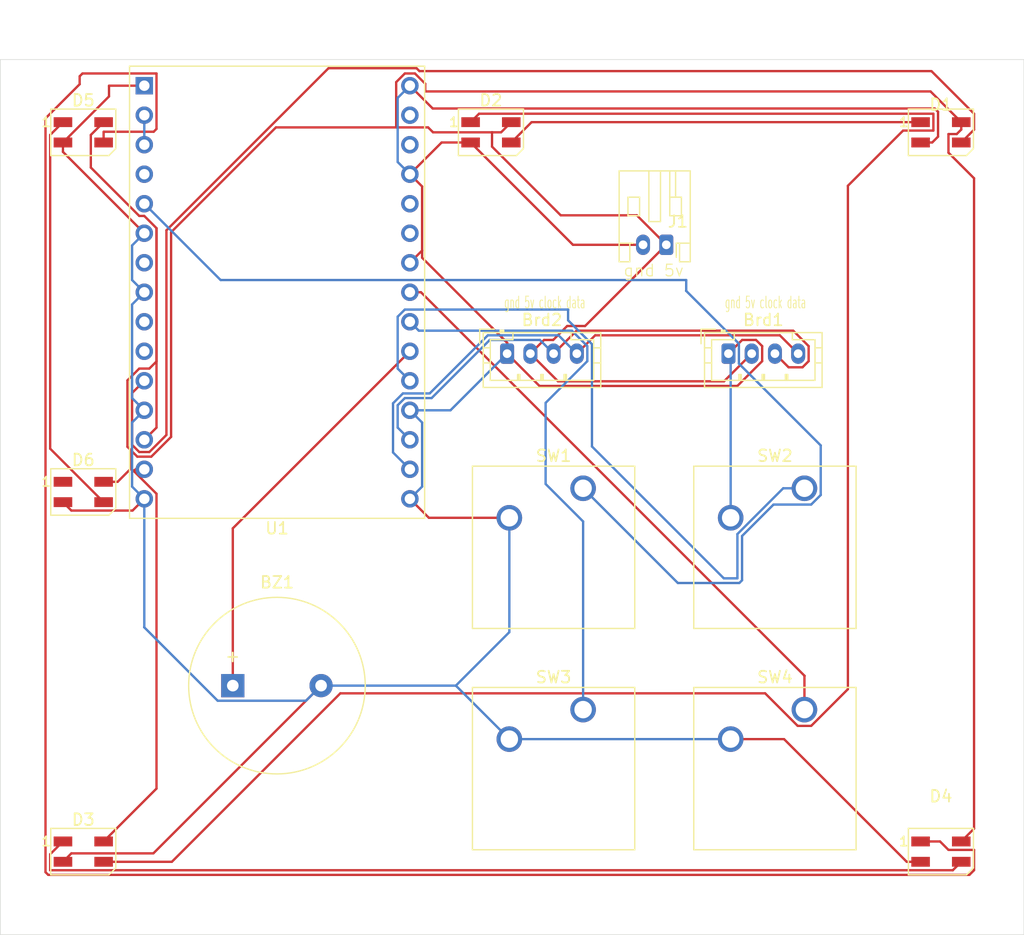
<source format=kicad_pcb>
(kicad_pcb (version 20241229) (generator "pcbnew") (generator_version "9.0")
  (layers (0 "F.Cu" signal) (2 "B.Cu" signal) (13 "F.Paste" user) (15 "B.Paste" user) (5 "F.SilkS" user "F.Silkscreen") (7 "B.SilkS" user "B.Silkscreen") (1 "F.Mask" user) (3 "B.Mask" user) (25 "Edge.Cuts" user))
  (net 0 "")
  (net 1 "GND")
  (net 2 "+5V")
  (net 3 "clock")
  (net 4 "data")
  (net 5 "buzzer")
  (net 6 "led")
  (net 7 "Net-(D1-DOUT)")
  (net 8 "Net-(D2-DOUT)")
  (net 9 "Net-(D3-DOUT)")
  (net 10 "Net-(D4-DOUT)")
  (net 11 "Net-(D5-DOUT)")
  (net 13 "sp1")
  (net 14 "sp2")
  (net 15 "sp3")
  (net 16 "sp4")
  (net 20 "Net-(U1-3V3-Pad2)")
  (footprint "Button_Switch_Keyboard:SW_Cherry_MX_1.00u_PCB" (layer "F.Cu") (at 116.84 104.4575)
    (property "Reference" "SW3" (at -2.54 -2.794 0) (layer "F.SilkS"))
    (property "Value" "SW_Push_45deg")
    (fp_line (start -9.525 -1.905) (end 4.445 -1.905) (stroke (width 0.12)) (layer "F.SilkS"))
    (fp_line (start -9.525 12.065) (end -9.525 -1.905) (stroke (width 0.12)) (layer "F.SilkS"))
    (fp_line (start 4.445 -1.905) (end 4.445 12.065) (stroke (width 0.12)) (layer "F.SilkS"))
    (fp_line (start 4.445 12.065) (end -9.525 12.065) (stroke (width 0.12)) (layer "F.SilkS"))
    (pad "" np_thru_hole circle (at -7.62 5.08) (size 1.7 1.7) (drill 1.7) (layers "*.Cu" "*.Mask"))
    (pad "" np_thru_hole circle (at -2.54 5.08) (size 4 4) (drill 4) (layers "*.Cu" "*.Mask"))
    (pad "" np_thru_hole circle (at 2.54 5.08) (size 1.7 1.7) (drill 1.7) (layers "*.Cu" "*.Mask"))
    (pad "1" thru_hole circle (at 0 0) (size 2.2 2.2) (drill 1.5) (layers "*.Cu" "*.Mask") (net 15 "sp3"))
    (pad "2" thru_hole circle (at -6.35 2.54) (size 2.2 2.2) (drill 1.5) (layers "*.Cu" "*.Mask") (net 1 "GND"))
  )
  (footprint "Connector_JST:JST_PH_B4B-PH-K_1x04_P2.00mm_Vertical" (layer "F.Cu") (at 110.3 73.81875)
    (property "Reference" "Brd2" (at 3 -2.9 0) (layer "F.SilkS"))
    (property "Value" "SSD1306")
    (fp_line (start -2.36 -2.11) (end -2.36 -0.86) (stroke (width 0.12)) (layer "F.SilkS"))
    (fp_line (start -2.06 -1.81) (end -2.06 2.91) (stroke (width 0.12)) (layer "F.SilkS"))
    (fp_line (start -2.06 -0.5) (end -1.45 -0.5) (stroke (width 0.12)) (layer "F.SilkS"))
    (fp_line (start -2.06 0.8) (end -1.45 0.8) (stroke (width 0.12)) (layer "F.SilkS"))
    (fp_line (start -2.06 2.91) (end 8.06 2.91) (stroke (width 0.12)) (layer "F.SilkS"))
    (fp_line (start -1.45 -1.2) (end -1.45 2.3) (stroke (width 0.12)) (layer "F.SilkS"))
    (fp_line (start -1.45 2.3) (end 7.45 2.3) (stroke (width 0.12)) (layer "F.SilkS"))
    (fp_line (start -1.11 -2.11) (end -2.36 -2.11) (stroke (width 0.12)) (layer "F.SilkS"))
    (fp_line (start -0.6 -2.01) (end -0.6 -1.81) (stroke (width 0.12)) (layer "F.SilkS"))
    (fp_line (start -0.3 -2.01) (end -0.6 -2.01) (stroke (width 0.12)) (layer "F.SilkS"))
    (fp_line (start -0.3 -1.91) (end -0.6 -1.91) (stroke (width 0.12)) (layer "F.SilkS"))
    (fp_line (start -0.3 -1.81) (end -0.3 -2.01) (stroke (width 0.12)) (layer "F.SilkS"))
    (fp_line (start 0.5 -1.81) (end 0.5 -1.2) (stroke (width 0.12)) (layer "F.SilkS"))
    (fp_line (start 0.5 -1.2) (end -1.45 -1.2) (stroke (width 0.12)) (layer "F.SilkS"))
    (fp_line (start 0.9 1.8) (end 1.1 1.8) (stroke (width 0.12)) (layer "F.SilkS"))
    (fp_line (start 0.9 2.3) (end 0.9 1.8) (stroke (width 0.12)) (layer "F.SilkS"))
    (fp_line (start 1 2.3) (end 1 1.8) (stroke (width 0.12)) (layer "F.SilkS"))
    (fp_line (start 1.1 1.8) (end 1.1 2.3) (stroke (width 0.12)) (layer "F.SilkS"))
    (fp_line (start 2.9 1.8) (end 3.1 1.8) (stroke (width 0.12)) (layer "F.SilkS"))
    (fp_line (start 2.9 2.3) (end 2.9 1.8) (stroke (width 0.12)) (layer "F.SilkS"))
    (fp_line (start 3 2.3) (end 3 1.8) (stroke (width 0.12)) (layer "F.SilkS"))
    (fp_line (start 3.1 1.8) (end 3.1 2.3) (stroke (width 0.12)) (layer "F.SilkS"))
    (fp_line (start 4.9 1.8) (end 5.1 1.8) (stroke (width 0.12)) (layer "F.SilkS"))
    (fp_line (start 4.9 2.3) (end 4.9 1.8) (stroke (width 0.12)) (layer "F.SilkS"))
    (fp_line (start 5 2.3) (end 5 1.8) (stroke (width 0.12)) (layer "F.SilkS"))
    (fp_line (start 5.1 1.8) (end 5.1 2.3) (stroke (width 0.12)) (layer "F.SilkS"))
    (fp_line (start 5.5 -1.2) (end 5.5 -1.81) (stroke (width 0.12)) (layer "F.SilkS"))
    (fp_line (start 7.45 -1.2) (end 5.5 -1.2) (stroke (width 0.12)) (layer "F.SilkS"))
    (fp_line (start 7.45 2.3) (end 7.45 -1.2) (stroke (width 0.12)) (layer "F.SilkS"))
    (fp_line (start 8.06 -1.81) (end -2.06 -1.81) (stroke (width 0.12)) (layer "F.SilkS"))
    (fp_line (start 8.06 -0.5) (end 7.45 -0.5) (stroke (width 0.12)) (layer "F.SilkS"))
    (fp_line (start 8.06 0.8) (end 7.45 0.8) (stroke (width 0.12)) (layer "F.SilkS"))
    (fp_line (start 8.06 2.91) (end 8.06 -1.81) (stroke (width 0.12)) (layer "F.SilkS"))
    (pad "1" thru_hole roundrect (at 0 0) (size 1.2 1.75) (drill 0.75) (layers "*.Cu" "*.Mask") (roundrect_rratio 0.208333) (net 1 "GND"))
    (pad "2" thru_hole oval (at 2 0) (size 1.2 1.75) (drill 0.75) (layers "*.Cu" "*.Mask") (net 2 "+5V"))
    (pad "3" thru_hole oval (at 4 0) (size 1.2 1.75) (drill 0.75) (layers "*.Cu" "*.Mask") (net 3 "clock"))
    (pad "4" thru_hole oval (at 6 0) (size 1.2 1.75) (drill 0.75) (layers "*.Cu" "*.Mask") (net 4 "data"))
  )
  (footprint "LED_SMD:LED_SK6812MINI_PLCC4_3.5x3.5mm_P1.75mm" (layer "F.Cu") (at 147.6375 116.68125)
    (property "Reference" "D4" (at 0 -4.7625 0) (layer "F.SilkS"))
    (property "Value" "SK6812MINI")
    (fp_line (start -2.8 -2) (end -2.8 2) (stroke (width 0.12)) (layer "F.SilkS"))
    (fp_line (start -2.8 -2) (end 2.8 -2) (stroke (width 0.12)) (layer "F.SilkS"))
    (fp_line (start -2.8 2) (end 2.2 2) (stroke (width 0.12)) (layer "F.SilkS"))
    (fp_line (start 2.8 1.4) (end 2.2 2) (stroke (width 0.12)) (layer "F.SilkS"))
    (fp_line (start 2.8 1.4) (end 2.8 -2) (stroke (width 0.12)) (layer "F.SilkS"))
    (fp_text user "1" (at -3.2 -0.875 0) (layer "F.SilkS") (effects (font (size 0.8 0.8))))
    (pad "1" smd rect (at -1.75 -0.875) (size 1.6 0.85) (layers "F.Cu" "F.Mask" "F.Paste") (net 10 "Net-(D4-DOUT)"))
    (pad "2" smd rect (at -1.75 0.875) (size 1.6 0.85) (layers "F.Cu" "F.Mask" "F.Paste") (net 1 "GND"))
    (pad "3" smd rect (at 1.75 0.875) (size 1.6 0.85) (layers "F.Cu" "F.Mask" "F.Paste") (net 9 "Net-(D3-DOUT)"))
    (pad "4" smd rect (at 1.75 -0.875) (size 1.6 0.85) (layers "F.Cu" "F.Mask" "F.Paste") (net 2 "+5V"))
  )
  (footprint "Buzzer_Beeper:Buzzer_15x7.5RM7.6" (layer "F.Cu") (at 86.6875 102.39375)
    (property "Reference" "BZ1" (at 3.81 -8.89 0) (layer "F.SilkS"))
    (property "Value" "Buzzer")
    (fp_circle (center 3.8 0) (end 11.4 0) (stroke (width 0.12)) (fill no) (layer "F.SilkS"))
    (fp_text user "+" (at -0.01 -2.54 0) (layer "F.SilkS"))
    (pad "1" thru_hole rect (at 0 0) (size 2 2) (drill 1) (layers "*.Cu" "*.Mask") (net 5 "buzzer"))
    (pad "2" thru_hole circle (at 7.6 0) (size 2 2) (drill 1) (layers "*.Cu" "*.Mask") (net 1 "GND"))
  )
  (footprint "LED_SMD:LED_SK6812MINI_PLCC4_3.5x3.5mm_P1.75mm" (layer "F.Cu") (at 108.90625 54.76875)
    (property "Reference" "D2" (at 0 -2.75 0) (layer "F.SilkS"))
    (property "Value" "SK6812MINI")
    (fp_line (start -2.8 -2) (end -2.8 2) (stroke (width 0.12)) (layer "F.SilkS"))
    (fp_line (start -2.8 -2) (end 2.8 -2) (stroke (width 0.12)) (layer "F.SilkS"))
    (fp_line (start -2.8 2) (end 2.2 2) (stroke (width 0.12)) (layer "F.SilkS"))
    (fp_line (start 2.8 1.4) (end 2.2 2) (stroke (width 0.12)) (layer "F.SilkS"))
    (fp_line (start 2.8 1.4) (end 2.8 -2) (stroke (width 0.12)) (layer "F.SilkS"))
    (fp_text user "1" (at -3.2 -0.875 0) (layer "F.SilkS") (effects (font (size 0.8 0.8))))
    (pad "1" smd rect (at -1.75 -0.875) (size 1.6 0.85) (layers "F.Cu" "F.Mask" "F.Paste") (net 8 "Net-(D2-DOUT)"))
    (pad "2" smd rect (at -1.75 0.875) (size 1.6 0.85) (layers "F.Cu" "F.Mask" "F.Paste") (net 1 "GND"))
    (pad "3" smd rect (at 1.75 0.875) (size 1.6 0.85) (layers "F.Cu" "F.Mask" "F.Paste") (net 7 "Net-(D1-DOUT)"))
    (pad "4" smd rect (at 1.75 -0.875) (size 1.6 0.85) (layers "F.Cu" "F.Mask" "F.Paste") (net 2 "+5V"))
  )
  (footprint "Button_Switch_Keyboard:SW_Cherry_MX_1.00u_PCB" (layer "F.Cu") (at 135.89 104.4575)
    (property "Reference" "SW4" (at -2.54 -2.794 0) (layer "F.SilkS"))
    (property "Value" "SW_Push_45deg")
    (fp_line (start -9.525 -1.905) (end 4.445 -1.905) (stroke (width 0.12)) (layer "F.SilkS"))
    (fp_line (start -9.525 12.065) (end -9.525 -1.905) (stroke (width 0.12)) (layer "F.SilkS"))
    (fp_line (start 4.445 -1.905) (end 4.445 12.065) (stroke (width 0.12)) (layer "F.SilkS"))
    (fp_line (start 4.445 12.065) (end -9.525 12.065) (stroke (width 0.12)) (layer "F.SilkS"))
    (pad "" np_thru_hole circle (at -7.62 5.08) (size 1.7 1.7) (drill 1.7) (layers "*.Cu" "*.Mask"))
    (pad "" np_thru_hole circle (at -2.54 5.08) (size 4 4) (drill 4) (layers "*.Cu" "*.Mask"))
    (pad "" np_thru_hole circle (at 2.54 5.08) (size 1.7 1.7) (drill 1.7) (layers "*.Cu" "*.Mask"))
    (pad "1" thru_hole circle (at 0 0) (size 2.2 2.2) (drill 1.5) (layers "*.Cu" "*.Mask") (net 16 "sp4"))
    (pad "2" thru_hole circle (at -6.35 2.54) (size 2.2 2.2) (drill 1.5) (layers "*.Cu" "*.Mask") (net 1 "GND"))
  )
  (footprint "LED_SMD:LED_SK6812MINI_PLCC4_3.5x3.5mm_P1.75mm" (layer "F.Cu") (at 147.6375 54.76875)
    (property "Reference" "D1" (at 0 -2.38125 0) (layer "F.SilkS"))
    (property "Value" "SK6812MINI")
    (fp_line (start -2.8 -2) (end -2.8 2) (stroke (width 0.12)) (layer "F.SilkS"))
    (fp_line (start -2.8 -2) (end 2.8 -2) (stroke (width 0.12)) (layer "F.SilkS"))
    (fp_line (start -2.8 2) (end 2.2 2) (stroke (width 0.12)) (layer "F.SilkS"))
    (fp_line (start 2.8 1.4) (end 2.2 2) (stroke (width 0.12)) (layer "F.SilkS"))
    (fp_line (start 2.8 1.4) (end 2.8 -2) (stroke (width 0.12)) (layer "F.SilkS"))
    (fp_text user "1" (at -3.2 -0.875 0) (layer "F.SilkS") (effects (font (size 0.8 0.8))))
    (pad "1" smd rect (at -1.75 -0.875) (size 1.6 0.85) (layers "F.Cu" "F.Mask" "F.Paste") (net 7 "Net-(D1-DOUT)"))
    (pad "2" smd rect (at -1.75 0.875) (size 1.6 0.85) (layers "F.Cu" "F.Mask" "F.Paste") (net 1 "GND"))
    (pad "3" smd rect (at 1.75 0.875) (size 1.6 0.85) (layers "F.Cu" "F.Mask" "F.Paste") (net 6 "led"))
    (pad "4" smd rect (at 1.75 -0.875) (size 1.6 0.85) (layers "F.Cu" "F.Mask" "F.Paste") (net 2 "+5V"))
  )
  (footprint "Connector_JST:JST_PH_S2B-PH-K_1x02_P2.00mm_Horizontal" (layer "F.Cu") (at 124 64.45 180)
    (property "Reference" "J1" (at -1 2 0) (layer "F.SilkS"))
    (property "Value" "Conn_01x02_Pin")
    (fp_line (start 4.06 6.36) (end 4.06 -1.46) (stroke (width 0.12)) (layer "F.SilkS"))
    (fp_line (start 4.06 0.14) (end 3.14 0.14) (stroke (width 0.12)) (layer "F.SilkS"))
    (fp_line (start 4.06 -1.46) (end 3.14 -1.46) (stroke (width 0.12)) (layer "F.SilkS"))
    (fp_line (start 3.3 4.1) (end 2.3 4.1) (stroke (width 0.12)) (layer "F.SilkS"))
    (fp_line (start 3.3 2.5) (end 3.3 4.1) (stroke (width 0.12)) (layer "F.SilkS"))
    (fp_line (start 3.14 0.14) (end 2.86 0.14) (stroke (width 0.12)) (layer "F.SilkS"))
    (fp_line (start 3.14 -1.46) (end 3.14 0.14) (stroke (width 0.12)) (layer "F.SilkS"))
    (fp_line (start 2.3 4.1) (end 2.3 2.5) (stroke (width 0.12)) (layer "F.SilkS"))
    (fp_line (start 2.3 2.5) (end 3.3 2.5) (stroke (width 0.12)) (layer "F.SilkS"))
    (fp_line (start 1.5 2) (end 1.5 6.36) (stroke (width 0.12)) (layer "F.SilkS"))
    (fp_line (start 0.5 6.36) (end 0.5 2) (stroke (width 0.12)) (layer "F.SilkS"))
    (fp_line (start 0.5 2) (end 1.5 2) (stroke (width 0.12)) (layer "F.SilkS"))
    (fp_line (start -0.3 4.1) (end -0.3 6.36) (stroke (width 0.12)) (layer "F.SilkS"))
    (fp_line (start -0.3 4.1) (end -0.3 2.5) (stroke (width 0.12)) (layer "F.SilkS"))
    (fp_line (start -0.3 2.5) (end -1.3 2.5) (stroke (width 0.12)) (layer "F.SilkS"))
    (fp_line (start -0.8 4.1) (end -0.8 6.36) (stroke (width 0.12)) (layer "F.SilkS"))
    (fp_line (start -0.86 0.14) (end -0.86 -1.075) (stroke (width 0.12)) (layer "F.SilkS"))
    (fp_line (start -0.86 0.14) (end -1.14 0.14) (stroke (width 0.12)) (layer "F.SilkS"))
    (fp_line (start -1.14 0.14) (end -1.14 -1.46) (stroke (width 0.12)) (layer "F.SilkS"))
    (fp_line (start -1.14 -1.46) (end -2.06 -1.46) (stroke (width 0.12)) (layer "F.SilkS"))
    (fp_line (start -1.3 4.1) (end -0.3 4.1) (stroke (width 0.12)) (layer "F.SilkS"))
    (fp_line (start -1.3 2.5) (end -1.3 4.1) (stroke (width 0.12)) (layer "F.SilkS"))
    (fp_line (start -2.06 6.36) (end 4.06 6.36) (stroke (width 0.12)) (layer "F.SilkS"))
    (fp_line (start -2.06 0.14) (end -1.14 0.14) (stroke (width 0.12)) (layer "F.SilkS"))
    (fp_line (start -2.06 -1.46) (end -2.06 6.36) (stroke (width 0.12)) (layer "F.SilkS"))
    (pad "1" thru_hole roundrect (at 0 0 180) (size 1.2 1.75) (drill 0.75) (layers "*.Cu" "*.Mask") (roundrect_rratio 0.208333) (net 2 "+5V"))
    (pad "2" thru_hole oval (at 2 0 180) (size 1.2 1.75) (drill 0.75) (layers "*.Cu" "*.Mask") (net 1 "GND"))
  )
  (footprint "LED_SMD:LED_SK6812MINI_PLCC4_3.5x3.5mm_P1.75mm" (layer "F.Cu") (at 73.81875 85.725)
    (property "Reference" "D6" (at 0 -2.75 0) (layer "F.SilkS"))
    (property "Value" "SK6812MINI")
    (fp_line (start -2.8 -2) (end -2.8 2) (stroke (width 0.12)) (layer "F.SilkS"))
    (fp_line (start -2.8 -2) (end 2.8 -2) (stroke (width 0.12)) (layer "F.SilkS"))
    (fp_line (start -2.8 2) (end 2.2 2) (stroke (width 0.12)) (layer "F.SilkS"))
    (fp_line (start 2.8 1.4) (end 2.2 2) (stroke (width 0.12)) (layer "F.SilkS"))
    (fp_line (start 2.8 1.4) (end 2.8 -2) (stroke (width 0.12)) (layer "F.SilkS"))
    (fp_text user "1" (at -3.2 -0.875 0) (layer "F.SilkS") (effects (font (size 0.8 0.8))))
    (pad "1" smd rect (at -1.75 -0.875) (size 1.6 0.85) (layers "F.Cu" "F.Mask" "F.Paste"))
    (pad "2" smd rect (at -1.75 0.875) (size 1.6 0.85) (layers "F.Cu" "F.Mask" "F.Paste") (net 1 "GND"))
    (pad "3" smd rect (at 1.75 0.875) (size 1.6 0.85) (layers "F.Cu" "F.Mask" "F.Paste") (net 11 "Net-(D5-DOUT)"))
    (pad "4" smd rect (at 1.75 -0.875) (size 1.6 0.85) (layers "F.Cu" "F.Mask" "F.Paste") (net 2 "+5V"))
  )
  (footprint "LED_SMD:LED_SK6812MINI_PLCC4_3.5x3.5mm_P1.75mm" (layer "F.Cu") (at 73.81875 116.68125)
    (property "Reference" "D3" (at 0 -2.75 0) (layer "F.SilkS"))
    (property "Value" "SK6812MINI")
    (fp_line (start -2.8 -2) (end -2.8 2) (stroke (width 0.12)) (layer "F.SilkS"))
    (fp_line (start -2.8 -2) (end 2.8 -2) (stroke (width 0.12)) (layer "F.SilkS"))
    (fp_line (start -2.8 2) (end 2.2 2) (stroke (width 0.12)) (layer "F.SilkS"))
    (fp_line (start 2.8 1.4) (end 2.2 2) (stroke (width 0.12)) (layer "F.SilkS"))
    (fp_line (start 2.8 1.4) (end 2.8 -2) (stroke (width 0.12)) (layer "F.SilkS"))
    (fp_text user "1" (at -3.2 -0.875 0) (layer "F.SilkS") (effects (font (size 0.8 0.8))))
    (pad "1" smd rect (at -1.75 -0.875) (size 1.6 0.85) (layers "F.Cu" "F.Mask" "F.Paste") (net 9 "Net-(D3-DOUT)"))
    (pad "2" smd rect (at -1.75 0.875) (size 1.6 0.85) (layers "F.Cu" "F.Mask" "F.Paste") (net 1 "GND"))
    (pad "3" smd rect (at 1.75 0.875) (size 1.6 0.85) (layers "F.Cu" "F.Mask" "F.Paste") (net 8 "Net-(D2-DOUT)"))
    (pad "4" smd rect (at 1.75 -0.875) (size 1.6 0.85) (layers "F.Cu" "F.Mask" "F.Paste") (net 2 "+5V"))
  )
  (footprint "Button_Switch_Keyboard:SW_Cherry_MX_1.00u_PCB" (layer "F.Cu") (at 116.84 85.4075)
    (property "Reference" "SW1" (at -2.54 -2.794 0) (layer "F.SilkS"))
    (property "Value" "SW_Push_45deg")
    (fp_line (start -9.525 -1.905) (end 4.445 -1.905) (stroke (width 0.12)) (layer "F.SilkS"))
    (fp_line (start -9.525 12.065) (end -9.525 -1.905) (stroke (width 0.12)) (layer "F.SilkS"))
    (fp_line (start 4.445 -1.905) (end 4.445 12.065) (stroke (width 0.12)) (layer "F.SilkS"))
    (fp_line (start 4.445 12.065) (end -9.525 12.065) (stroke (width 0.12)) (layer "F.SilkS"))
    (pad "" np_thru_hole circle (at -7.62 5.08) (size 1.7 1.7) (drill 1.7) (layers "*.Cu" "*.Mask"))
    (pad "" np_thru_hole circle (at -2.54 5.08) (size 4 4) (drill 4) (layers "*.Cu" "*.Mask"))
    (pad "" np_thru_hole circle (at 2.54 5.08) (size 1.7 1.7) (drill 1.7) (layers "*.Cu" "*.Mask"))
    (pad "1" thru_hole circle (at 0 0) (size 2.2 2.2) (drill 1.5) (layers "*.Cu" "*.Mask") (net 13 "sp1"))
    (pad "2" thru_hole circle (at -6.35 2.54) (size 2.2 2.2) (drill 1.5) (layers "*.Cu" "*.Mask") (net 1 "GND"))
  )
  (footprint "Connector_JST:JST_PH_B4B-PH-K_1x04_P2.00mm_Vertical" (layer "F.Cu") (at 129.35 73.81875)
    (property "Reference" "Brd1" (at 3 -2.9 0) (layer "F.SilkS"))
    (property "Value" "SSD1306")
    (fp_line (start -2.36 -2.11) (end -2.36 -0.86) (stroke (width 0.12)) (layer "F.SilkS"))
    (fp_line (start -2.06 -1.81) (end -2.06 2.91) (stroke (width 0.12)) (layer "F.SilkS"))
    (fp_line (start -2.06 -0.5) (end -1.45 -0.5) (stroke (width 0.12)) (layer "F.SilkS"))
    (fp_line (start -2.06 0.8) (end -1.45 0.8) (stroke (width 0.12)) (layer "F.SilkS"))
    (fp_line (start -2.06 2.91) (end 8.06 2.91) (stroke (width 0.12)) (layer "F.SilkS"))
    (fp_line (start -1.45 -1.2) (end -1.45 2.3) (stroke (width 0.12)) (layer "F.SilkS"))
    (fp_line (start -1.45 2.3) (end 7.45 2.3) (stroke (width 0.12)) (layer "F.SilkS"))
    (fp_line (start -1.11 -2.11) (end -2.36 -2.11) (stroke (width 0.12)) (layer "F.SilkS"))
    (fp_line (start -0.6 -2.01) (end -0.6 -1.81) (stroke (width 0.12)) (layer "F.SilkS"))
    (fp_line (start -0.3 -2.01) (end -0.6 -2.01) (stroke (width 0.12)) (layer "F.SilkS"))
    (fp_line (start -0.3 -1.91) (end -0.6 -1.91) (stroke (width 0.12)) (layer "F.SilkS"))
    (fp_line (start -0.3 -1.81) (end -0.3 -2.01) (stroke (width 0.12)) (layer "F.SilkS"))
    (fp_line (start 0.5 -1.81) (end 0.5 -1.2) (stroke (width 0.12)) (layer "F.SilkS"))
    (fp_line (start 0.5 -1.2) (end -1.45 -1.2) (stroke (width 0.12)) (layer "F.SilkS"))
    (fp_line (start 0.9 1.8) (end 1.1 1.8) (stroke (width 0.12)) (layer "F.SilkS"))
    (fp_line (start 0.9 2.3) (end 0.9 1.8) (stroke (width 0.12)) (layer "F.SilkS"))
    (fp_line (start 1 2.3) (end 1 1.8) (stroke (width 0.12)) (layer "F.SilkS"))
    (fp_line (start 1.1 1.8) (end 1.1 2.3) (stroke (width 0.12)) (layer "F.SilkS"))
    (fp_line (start 2.9 1.8) (end 3.1 1.8) (stroke (width 0.12)) (layer "F.SilkS"))
    (fp_line (start 2.9 2.3) (end 2.9 1.8) (stroke (width 0.12)) (layer "F.SilkS"))
    (fp_line (start 3 2.3) (end 3 1.8) (stroke (width 0.12)) (layer "F.SilkS"))
    (fp_line (start 3.1 1.8) (end 3.1 2.3) (stroke (width 0.12)) (layer "F.SilkS"))
    (fp_line (start 4.9 1.8) (end 5.1 1.8) (stroke (width 0.12)) (layer "F.SilkS"))
    (fp_line (start 4.9 2.3) (end 4.9 1.8) (stroke (width 0.12)) (layer "F.SilkS"))
    (fp_line (start 5 2.3) (end 5 1.8) (stroke (width 0.12)) (layer "F.SilkS"))
    (fp_line (start 5.1 1.8) (end 5.1 2.3) (stroke (width 0.12)) (layer "F.SilkS"))
    (fp_line (start 5.5 -1.2) (end 5.5 -1.81) (stroke (width 0.12)) (layer "F.SilkS"))
    (fp_line (start 7.45 -1.2) (end 5.5 -1.2) (stroke (width 0.12)) (layer "F.SilkS"))
    (fp_line (start 7.45 2.3) (end 7.45 -1.2) (stroke (width 0.12)) (layer "F.SilkS"))
    (fp_line (start 8.06 -1.81) (end -2.06 -1.81) (stroke (width 0.12)) (layer "F.SilkS"))
    (fp_line (start 8.06 -0.5) (end 7.45 -0.5) (stroke (width 0.12)) (layer "F.SilkS"))
    (fp_line (start 8.06 0.8) (end 7.45 0.8) (stroke (width 0.12)) (layer "F.SilkS"))
    (fp_line (start 8.06 2.91) (end 8.06 -1.81) (stroke (width 0.12)) (layer "F.SilkS"))
    (pad "1" thru_hole roundrect (at 0 0) (size 1.2 1.75) (drill 0.75) (layers "*.Cu" "*.Mask") (roundrect_rratio 0.208333) (net 1 "GND"))
    (pad "2" thru_hole oval (at 2 0) (size 1.2 1.75) (drill 0.75) (layers "*.Cu" "*.Mask") (net 2 "+5V"))
    (pad "3" thru_hole oval (at 4 0) (size 1.2 1.75) (drill 0.75) (layers "*.Cu" "*.Mask") (net 3 "clock"))
    (pad "4" thru_hole oval (at 6 0) (size 1.2 1.75) (drill 0.75) (layers "*.Cu" "*.Mask") (net 4 "data"))
  )
  (footprint "RF_Module:ESP32-C3-DevKitM-1" (layer "F.Cu") (at 79.07 50.755)
    (property "Reference" "U1" (at 11.43 38.1 0) (layer "F.SilkS"))
    (property "Value" "ESP32-C3-DevKitM-1")
    (fp_line (start -1.27 -1.68) (end 24.13 -1.68) (stroke (width 0.12)) (layer "F.SilkS"))
    (fp_line (start -1.27 37.24) (end -1.27 -1.68) (stroke (width 0.12)) (layer "F.SilkS"))
    (fp_line (start 24.13 -1.68) (end 24.13 37.24) (stroke (width 0.12)) (layer "F.SilkS"))
    (fp_line (start 24.13 37.24) (end -1.27 37.24) (stroke (width 0.12)) (layer "F.SilkS"))
    (pad "1" thru_hole rect (at 0 0) (size 1.5 1.5) (drill 0.9) (layers "*.Cu" "*.Mask") (net 1 "GND"))
    (pad "2" thru_hole circle (at 0 2.54) (size 1.5 1.5) (drill 0.9) (layers "*.Cu" "*.Mask") (net 20 "Net-(U1-3V3-Pad2)"))
    (pad "3" thru_hole circle (at 0 5.08) (size 1.5 1.5) (drill 0.9) (layers "*.Cu" "*.Mask") (net 20 "Net-(U1-3V3-Pad2)"))
    (pad "4" thru_hole circle (at 0 7.62) (size 1.5 1.5) (drill 0.9) (layers "*.Cu" "*.Mask"))
    (pad "5" thru_hole circle (at 0 10.16) (size 1.5 1.5) (drill 0.9) (layers "*.Cu" "*.Mask") (net 13 "sp1"))
    (pad "6" thru_hole circle (at 0 12.7) (size 1.5 1.5) (drill 0.9) (layers "*.Cu" "*.Mask") (net 1 "GND"))
    (pad "7" thru_hole circle (at 0 15.24) (size 1.5 1.5) (drill 0.9) (layers "*.Cu" "*.Mask"))
    (pad "8" thru_hole circle (at 0 17.78) (size 1.5 1.5) (drill 0.9) (layers "*.Cu" "*.Mask") (net 1 "GND"))
    (pad "9" thru_hole circle (at 0 20.32) (size 1.5 1.5) (drill 0.9) (layers "*.Cu" "*.Mask"))
    (pad "10" thru_hole circle (at 0 22.86) (size 1.5 1.5) (drill 0.9) (layers "*.Cu" "*.Mask"))
    (pad "11" thru_hole circle (at 0 25.4) (size 1.5 1.5) (drill 0.9) (layers "*.Cu" "*.Mask") (net 6 "led"))
    (pad "12" thru_hole circle (at 0 27.94) (size 1.5 1.5) (drill 0.9) (layers "*.Cu" "*.Mask") (net 1 "GND"))
    (pad "13" thru_hole circle (at 0 30.48) (size 1.5 1.5) (drill 0.9) (layers "*.Cu" "*.Mask") (net 2 "+5V"))
    (pad "14" thru_hole circle (at 0 33.02) (size 1.5 1.5) (drill 0.9) (layers "*.Cu" "*.Mask") (net 2 "+5V"))
    (pad "15" thru_hole circle (at 0 35.56) (size 1.5 1.5) (drill 0.9) (layers "*.Cu" "*.Mask") (net 1 "GND"))
    (pad "16" thru_hole circle (at 22.86 35.56) (size 1.5 1.5) (drill 0.9) (layers "*.Cu" "*.Mask") (net 1 "GND"))
    (pad "17" thru_hole circle (at 22.86 33.02) (size 1.5 1.5) (drill 0.9) (layers "*.Cu" "*.Mask") (net 4 "data"))
    (pad "18" thru_hole circle (at 22.86 30.48) (size 1.5 1.5) (drill 0.9) (layers "*.Cu" "*.Mask") (net 3 "clock"))
    (pad "19" thru_hole circle (at 22.86 27.94) (size 1.5 1.5) (drill 0.9) (layers "*.Cu" "*.Mask") (net 1 "GND"))
    (pad "20" thru_hole circle (at 22.86 25.4) (size 1.5 1.5) (drill 0.9) (layers "*.Cu" "*.Mask") (net 14 "sp2"))
    (pad "21" thru_hole circle (at 22.86 22.86) (size 1.5 1.5) (drill 0.9) (layers "*.Cu" "*.Mask") (net 5 "buzzer"))
    (pad "22" thru_hole circle (at 22.86 20.32) (size 1.5 1.5) (drill 0.9) (layers "*.Cu" "*.Mask") (net 15 "sp3"))
    (pad "23" thru_hole circle (at 22.86 17.78) (size 1.5 1.5) (drill 0.9) (layers "*.Cu" "*.Mask") (net 16 "sp4"))
    (pad "24" thru_hole circle (at 22.86 15.24) (size 1.5 1.5) (drill 0.9) (layers "*.Cu" "*.Mask") (net 1 "GND"))
    (pad "25" thru_hole circle (at 22.86 12.7) (size 1.5 1.5) (drill 0.9) (layers "*.Cu" "*.Mask"))
    (pad "26" thru_hole circle (at 22.86 10.16) (size 1.5 1.5) (drill 0.9) (layers "*.Cu" "*.Mask"))
    (pad "27" thru_hole circle (at 22.86 7.62) (size 1.5 1.5) (drill 0.9) (layers "*.Cu" "*.Mask") (net 1 "GND"))
    (pad "28" thru_hole circle (at 22.86 5.08) (size 1.5 1.5) (drill 0.9) (layers "*.Cu" "*.Mask"))
    (pad "29" thru_hole circle (at 22.86 2.54) (size 1.5 1.5) (drill 0.9) (layers "*.Cu" "*.Mask"))
    (pad "30" thru_hole circle (at 22.86 0) (size 1.5 1.5) (drill 0.9) (layers "*.Cu" "*.Mask") (net 1 "GND"))
  )
  (footprint "Button_Switch_Keyboard:SW_Cherry_MX_1.00u_PCB" (layer "F.Cu") (at 135.89 85.4075)
    (property "Reference" "SW2" (at -2.54 -2.794 0) (layer "F.SilkS"))
    (property "Value" "SW_Push_45deg")
    (fp_line (start -9.525 -1.905) (end 4.445 -1.905) (stroke (width 0.12)) (layer "F.SilkS"))
    (fp_line (start -9.525 12.065) (end -9.525 -1.905) (stroke (width 0.12)) (layer "F.SilkS"))
    (fp_line (start 4.445 -1.905) (end 4.445 12.065) (stroke (width 0.12)) (layer "F.SilkS"))
    (fp_line (start 4.445 12.065) (end -9.525 12.065) (stroke (width 0.12)) (layer "F.SilkS"))
    (pad "" np_thru_hole circle (at -7.62 5.08) (size 1.7 1.7) (drill 1.7) (layers "*.Cu" "*.Mask"))
    (pad "" np_thru_hole circle (at -2.54 5.08) (size 4 4) (drill 4) (layers "*.Cu" "*.Mask"))
    (pad "" np_thru_hole circle (at 2.54 5.08) (size 1.7 1.7) (drill 1.7) (layers "*.Cu" "*.Mask"))
    (pad "1" thru_hole circle (at 0 0) (size 2.2 2.2) (drill 1.5) (layers "*.Cu" "*.Mask") (net 14 "sp2"))
    (pad "2" thru_hole circle (at -6.35 2.54) (size 2.2 2.2) (drill 1.5) (layers "*.Cu" "*.Mask") (net 1 "GND"))
  )
  (footprint "LED_SMD:LED_SK6812MINI_PLCC4_3.5x3.5mm_P1.75mm" (layer "F.Cu") (at 73.81875 54.76875)
    (property "Reference" "D5" (at 0 -2.75 0) (layer "F.SilkS"))
    (property "Value" "SK6812MINI")
    (fp_line (start -2.8 -2) (end -2.8 2) (stroke (width 0.12)) (layer "F.SilkS"))
    (fp_line (start -2.8 -2) (end 2.8 -2) (stroke (width 0.12)) (layer "F.SilkS"))
    (fp_line (start -2.8 2) (end 2.2 2) (stroke (width 0.12)) (layer "F.SilkS"))
    (fp_line (start 2.8 1.4) (end 2.2 2) (stroke (width 0.12)) (layer "F.SilkS"))
    (fp_line (start 2.8 1.4) (end 2.8 -2) (stroke (width 0.12)) (layer "F.SilkS"))
    (fp_text user "1" (at -3.2 -0.875 0) (layer "F.SilkS") (effects (font (size 0.8 0.8))))
    (pad "1" smd rect (at -1.75 -0.875) (size 1.6 0.85) (layers "F.Cu" "F.Mask" "F.Paste") (net 11 "Net-(D5-DOUT)"))
    (pad "2" smd rect (at -1.75 0.875) (size 1.6 0.85) (layers "F.Cu" "F.Mask" "F.Paste") (net 1 "GND"))
    (pad "3" smd rect (at 1.75 0.875) (size 1.6 0.85) (layers "F.Cu" "F.Mask" "F.Paste") (net 10 "Net-(D4-DOUT)"))
    (pad "4" smd rect (at 1.75 -0.875) (size 1.6 0.85) (layers "F.Cu" "F.Mask" "F.Paste") (net 2 "+5V"))
  )
  (gr_rect (start 66.675 48.50625) (end 154.78125 123.825) (stroke (width 0.05)) (fill no) (layer "Edge.Cuts"))
  (gr_text "gnd 5v clock data" (at 110 70 0) (layer "F.SilkS") (effects (font (size 1 0.5) (thickness 0.08)) (justify left bottom)))
  (gr_text "gnd 5v\n" (at 120.25 67.25 0) (layer "F.SilkS") (effects (font (size 1 1) (thickness 0.1)) (justify left bottom)))
  (gr_text "gnd 5v clock data" (at 129 70 0) (layer "F.SilkS") (effects (font (size 1 0.5) (thickness 0.08)) (justify left bottom)))
  (segment (start 107.15625 55.64375) (end 115.9625 64.45) (width 0.2) (layer "F.Cu") (net 1))
  (segment (start 130.526 72.64275) (end 131.723206 72.64275) (width 0.2) (layer "F.Cu") (net 1))
  (segment (start 79.07 63.455) (end 72.06875 56.45375) (width 0.2) (layer "F.Cu") (net 1))
  (segment (start 147.3895 55.14175) (end 146.8875 55.64375) (width 0.2) (layer "F.Cu") (net 1))
  (segment (start 79.851 116.83025) (end 94.2875 102.39375) (width 0.2) (layer "F.Cu") (net 1))
  (segment (start 72.06875 56.45375) (end 72.06875 55.64375) (width 0.2) (layer "F.Cu") (net 1))
  (segment (start 104.66125 55.64375) (end 101.93 58.375) (width 0.2) (layer "F.Cu") (net 1))
  (segment (start 113.08225 76.601) (end 110.3 73.81875) (width 0.2) (layer "F.Cu") (net 1))
  (segment (start 72.06875 117.55625) (end 72.79475 116.83025) (width 0.2) (layer "F.Cu") (net 1))
  (segment (start 129.35 73.81875) (end 130.526 72.64275) (width 0.2) (layer "F.Cu") (net 1))
  (segment (start 107.15625 55.64375) (end 104.66125 55.64375) (width 0.2) (layer "F.Cu") (net 1))
  (segment (start 76.045 50.755) (end 79.07 50.755) (width 0.2) (layer "F.Cu") (net 1))
  (segment (start 72.06875 55.64375) (end 76.0325 51.68) (width 0.2) (layer "F.Cu") (net 1))
  (segment (start 131.723206 72.64275) (end 132.251 73.170544) (width 0.2) (layer "F.Cu") (net 1))
  (segment (start 130.116956 76.601) (end 113.08225 76.601) (width 0.2) (layer "F.Cu") (net 1))
  (segment (start 110.3 72.88125) (end 110.3 73.81875) (width 0.2) (layer "F.Cu") (net 1))
  (segment (start 72.79475 87.326) (end 72.06875 86.6) (width 0.2) (layer "F.Cu") (net 1))
  (segment (start 76.0325 50.7675) (end 76.045 50.755) (width 0.2) (layer "F.Cu") (net 1))
  (segment (start 78.059 87.326) (end 72.79475 87.326) (width 0.2) (layer "F.Cu") (net 1))
  (segment (start 144.693566 117.55625) (end 134.134816 106.9975) (width 0.2) (layer "F.Cu") (net 1))
  (segment (start 115.9625 64.45) (end 122 64.45) (width 0.2) (layer "F.Cu") (net 1))
  (segment (start 101.93 58.375) (end 102.981 59.426) (width 0.2) (layer "F.Cu") (net 1))
  (segment (start 79.07 86.315) (end 78.059 87.326) (width 0.2) (layer "F.Cu") (net 1))
  (segment (start 134.134816 106.9975) (end 129.54 106.9975) (width 0.2) (layer "F.Cu") (net 1))
  (segment (start 146.8875 55.64375) (end 145.8875 55.64375) (width 0.2) (layer "F.Cu") (net 1))
  (segment (start 102.981 59.426) (end 102.981 64.944) (width 0.2) (layer "F.Cu") (net 1))
  (segment (start 108.959375 71.540625) (end 102.981 65.56225) (width 0.2) (layer "F.Cu") (net 1))
  (segment (start 102.981 64.944) (end 101.93 65.995) (width 0.2) (layer "F.Cu") (net 1))
  (segment (start 110.3125 72.89375) (end 108.959375 71.540625) (width 0.2) (layer "F.Cu") (net 1))
  (segment (start 76.0325 51.68) (end 76.0325 50.7675) (width 0.2) (layer "F.Cu") (net 1))
  (segment (start 108.959375 71.540625) (end 110.3 72.88125) (width 0.2) (layer "F.Cu") (net 1))
  (segment (start 103.8945 52.7195) (end 101.93 50.755) (width 0.2) (layer "F.Cu") (net 1))
  (segment (start 132.251 73.170544) (end 132.251 74.466956) (width 0.2) (layer "F.Cu") (net 1))
  (segment (start 72.79475 116.83025) (end 79.851 116.83025) (width 0.2) (layer "F.Cu") (net 1))
  (segment (start 147.10735 52.7195) (end 103.8945 52.7195) (width 0.2) (layer "F.Cu") (net 1))
  (segment (start 145.8875 117.55625) (end 146.5316 117.55625) (width 0.2) (layer "F.Cu") (net 1))
  (segment (start 101.93 86.315) (end 103.5625 87.9475) (width 0.2) (layer "F.Cu") (net 1))
  (segment (start 103.5625 87.9475) (end 110.49 87.9475) (width 0.2) (layer "F.Cu") (net 1))
  (segment (start 102.981 65.56225) (end 102.981 64.944) (width 0.2) (layer "F.Cu") (net 1))
  (segment (start 147.3895 53.00165) (end 147.10735 52.7195) (width 0.2) (layer "F.Cu") (net 1))
  (segment (start 147.3895 55.14175) (end 147.3895 53.00165) (width 0.2) (layer "F.Cu") (net 1))
  (segment (start 132.251 74.466956) (end 130.116956 76.601) (width 0.2) (layer "F.Cu") (net 1))
  (segment (start 145.8875 117.55625) (end 144.693566 117.55625) (width 0.2) (layer "F.Cu") (net 1))
  (segment (start 129.54 74.00875) (end 129.35 73.81875) (width 0.2) (layer "B.Cu") (net 1))
  (segment (start 110.49 87.9475) (end 110.49 97.79) (width 0.2) (layer "B.Cu") (net 1))
  (segment (start 79.07 86.315) (end 78.019 85.264) (width 0.2) (layer "B.Cu") (net 1))
  (segment (start 78.019 77.644) (end 78.019 69.586) (width 0.2) (layer "B.Cu") (net 1))
  (segment (start 105.42375 78.695) (end 101.93 78.695) (width 0.2) (layer "B.Cu") (net 1))
  (segment (start 101.93 86.315) (end 102.981 85.264) (width 0.2) (layer "B.Cu") (net 1))
  (segment (start 102.981 79.746) (end 101.93 78.695) (width 0.2) (layer "B.Cu") (net 1))
  (segment (start 110.49 106.9975) (end 105.88625 102.39375) (width 0.2) (layer "B.Cu") (net 1))
  (segment (start 79.0575 97.36575) (end 85.3865 103.69475) (width 0.2) (layer "B.Cu") (net 1))
  (segment (start 78.019 79.746) (end 79.07 78.695) (width 0.2) (layer "B.Cu") (net 1))
  (segment (start 110.3 73.81875) (end 105.42375 78.695) (width 0.2) (layer "B.Cu") (net 1))
  (segment (start 78.019 69.586) (end 79.07 68.535) (width 0.2) (layer "B.Cu") (net 1))
  (segment (start 105.88625 102.39375) (end 94.2875 102.39375) (width 0.2) (layer "B.Cu") (net 1))
  (segment (start 85.3865 103.69475) (end 92.9865 103.69475) (width 0.2) (layer "B.Cu") (net 1))
  (segment (start 79.07 68.535) (end 78.019 67.484) (width 0.2) (layer "B.Cu") (net 1))
  (segment (start 100.879 57.324) (end 101.93 58.375) (width 0.2) (layer "B.Cu") (net 1))
  (segment (start 129.54 87.9475) (end 129.54 74.00875) (width 0.2) (layer "B.Cu") (net 1))
  (segment (start 110.49 97.79) (end 105.88625 102.39375) (width 0.2) (layer "B.Cu") (net 1))
  (segment (start 78.019 67.484) (end 78.019 64.506) (width 0.2) (layer "B.Cu") (net 1))
  (segment (start 92.9865 103.69475) (end 94.2875 102.39375) (width 0.2) (layer "B.Cu") (net 1))
  (segment (start 78.019 85.264) (end 78.019 79.746) (width 0.2) (layer "B.Cu") (net 1))
  (segment (start 78.019 64.506) (end 79.07 63.455) (width 0.2) (layer "B.Cu") (net 1))
  (segment (start 79.07 78.695) (end 78.019 77.644) (width 0.2) (layer "B.Cu") (net 1))
  (segment (start 100.879 51.806) (end 100.879 57.324) (width 0.2) (layer "B.Cu") (net 1))
  (segment (start 101.93 50.755) (end 100.879 51.806) (width 0.2) (layer "B.Cu") (net 1))
  (segment (start 109.7825 87.24) (end 110.49 87.9475) (width 0.2) (layer "B.Cu") (net 1))
  (segment (start 79.07 97.35325) (end 79.0575 97.36575) (width 0.2) (layer "B.Cu") (net 1))
  (segment (start 79.07 86.315) (end 79.07 97.35325) (width 0.2) (layer "B.Cu") (net 1))
  (segment (start 110.49 106.9975) (end 129.54 106.9975) (width 0.2) (layer "B.Cu") (net 1))
  (segment (start 102.981 85.264) (end 102.981 79.746) (width 0.2) (layer "B.Cu") (net 1))
  (segment (start 114.68125 76.2) (end 128.96875 76.2) (width 0.2) (layer "F.Cu") (net 2))
  (segment (start 109 56) (end 114.9125 61.9125) (width 0.2) (layer "F.Cu") (net 2))
  (segment (start 103.5 54.346) (end 103.92275 54.76875) (width 0.2) (layer "F.Cu") (net 2))
  (segment (start 114.262706 72.64275) (end 113.476 72.64275) (width 0.2) (layer "F.Cu") (net 2))
  (segment (start 79.07 83.775) (end 78.316339 83.775) (width 0.2) (layer "F.Cu") (net 2))
  (segment (start 102.365339 49.704) (end 101.494661 49.704) (width 0.2) (layer "F.Cu") (net 2))
  (segment (start 149.3875 53.89375) (end 146.74375 51.25) (width 0.2) (layer "F.Cu") (net 2))
  (segment (start 109 54.76875) (end 109 56) (width 0.2) (layer "F.Cu") (net 2))
  (segment (start 80.121 74.488339) (end 80.121 63.019661) (width 0.2) (layer "F.Cu") (net 2))
  (segment (start 149.3875 115.80625) (end 150.4885 114.70525) (width 0.2) (layer "F.Cu") (net 2))
  (segment (start 79.067339 61.966) (end 80.121 63.019661) (width 0.2) (layer "F.Cu") (net 2))
  (segment (start 78.316339 83.775) (end 78.166339 83.925) (width 0.2) (layer "F.Cu") (net 2))
  (segment (start 150.4885 114.70525) (end 150.4885 58.72375) (width 0.2) (layer "F.Cu") (net 2))
  (segment (start 103.92275 54.76875) (end 109 54.76875) (width 0.2) (layer "F.Cu") (net 2))
  (segment (start 77.618 81.836439) (end 77.618 76.120661) (width 0.2) (layer "F.Cu") (net 2))
  (segment (start 114.9125 61.9125) (end 121.4625 61.9125) (width 0.2) (layer "F.Cu") (net 2))
  (segment (start 78.468561 82.687) (end 79.671439 82.687) (width 0.2) (layer "F.Cu") (net 2))
  (segment (start 80.121 63.019661) (end 80.121 80.184) (width 0.2) (layer "F.Cu") (net 2))
  (segment (start 103.25 50.588661) (end 102.365339 49.704) (width 0.2) (layer "F.Cu") (net 2))
  (segment (start 78.166339 83.925) (end 77.93453 83.693191) (width 0.2) (layer "F.Cu") (net 2))
  (segment (start 109.78125 54.76875) (end 109 54.76875) (width 0.2) (layer "F.Cu") (net 2))
  (segment (start 109.78125 54.76875) (end 110.65625 53.89375) (width 0.2) (layer "F.Cu") (net 2))
  (segment (start 100.75 50.448661) (end 100.75 54.346) (width 0.2) (layer "F.Cu") (net 2))
  (segment (start 80.121 111.254) (end 75.56875 115.80625) (width 0.2) (layer "F.Cu") (net 2))
  (segment (start 75.56875 84.85) (end 75.71875 84.7) (width 0.2) (layer "F.Cu") (net 2))
  (segment (start 113.476 72.64275) (end 112.3 73.81875) (width 0.2) (layer "F.Cu") (net 2))
  (segment (start 77.93453 82.15297) (end 78.468561 82.687) (width 0.2) (layer "F.Cu") (net 2))
  (segment (start 77.93453 83.693191) (end 76.777721 84.85) (width 0.2) (layer "F.Cu") (net 2))
  (segment (start 115.465706 71.43975) (end 114.262706 72.64275) (width 0.2) (layer "F.Cu") (net 2))
  (segment (start 80.121 85.879661) (end 80.121 111.254) (width 0.2) (layer "F.Cu") (net 2))
  (segment (start 149 54.91775) (end 148.2865 54.91775) (width 0.2) (layer "F.Cu") (net 2))
  (segment (start 149.3875 53.89375) (end 149.3875 54.53025) (width 0.2) (layer "F.Cu") (net 2))
  (segment (start 149.3875 54.53025) (end 149 54.91775) (width 0.2) (layer "F.Cu") (net 2))
  (segment (start 77.93453 83.693191) (end 77.93453 82.15297) (width 0.2) (layer "F.Cu") (net 2))
  (segment (start 80.121 80.184) (end 79.07 81.235) (width 0.2) (layer "F.Cu") (net 2))
  (segment (start 90.39875 54.346) (end 100.75 54.346) (width 0.2) (layer "F.Cu") (net 2))
  (segment (start 101.494661 49.704) (end 100.75 50.448661) (width 0.2) (layer "F.Cu") (net 2))
  (segment (start 112.3 73.81875) (end 114.68125 76.2) (width 0.2) (layer "F.Cu") (net 2))
  (segment (start 77.618 76.120661) (end 78.634661 75.104) (width 0.2) (layer "F.Cu") (net 2))
  (segment (start 78.634661 75.104) (end 79.505339 75.104) (width 0.2) (layer "F.Cu") (net 2))
  (segment (start 78.634661 61.966) (end 79.067339 61.966) (width 0.2) (layer "F.Cu") (net 2))
  (segment (start 76.777721 84.85) (end 75.56875 84.85) (width 0.2) (layer "F.Cu") (net 2))
  (segment (start 75.56875 53.89375) (end 74.46775 54.99475) (width 0.2) (layer "F.Cu") (net 2))
  (segment (start 78.166339 83.925) (end 80.121 85.879661) (width 0.2) (layer "F.Cu") (net 2))
  (segment (start 128.96875 76.2) (end 131.35 73.81875) (width 0.2) (layer "F.Cu") (net 2))
  (segment (start 148.2865 56.52175) (end 149.3115 57.54675) (width 0.2) (layer "F.Cu") (net 2))
  (segment (start 146.74375 51.25) (end 103.25 51.25) (width 0.2) (layer "F.Cu") (net 2))
  (segment (start 150.4885 58.72375) (end 149.3115 57.54675) (width 0.2) (layer "F.Cu") (net 2))
  (segment (start 77.93453 82.15297) (end 77.618 81.836439) (width 0.2) (layer "F.Cu") (net 2))
  (segment (start 117.01025 71.43975) (end 115.465706 71.43975) (width 0.2) (layer "F.Cu") (net 2))
  (segment (start 148.2865 54.91775) (end 148.2865 56.52175) (width 0.2) (layer "F.Cu") (net 2))
  (segment (start 103.25 51.25) (end 103.25 50.588661) (width 0.2) (layer "F.Cu") (net 2))
  (segment (start 74.46775 57.799089) (end 78.634661 61.966) (width 0.2) (layer "F.Cu") (net 2))
  (segment (start 81.376 63.36875) (end 90.39875 54.346) (width 0.2) (layer "F.Cu") (net 2))
  (segment (start 79.671439 82.687) (end 81.376 80.982439) (width 0.2) (layer "F.Cu") (net 2))
  (segment (start 124 64.45) (end 117.01025 71.43975) (width 0.2) (layer "F.Cu") (net 2))
  (segment (start 100.75 54.346) (end 103.5 54.346) (width 0.2) (layer "F.Cu") (net 2))
  (segment (start 81.376 80.982439) (end 81.376 63.36875) (width 0.2) (layer "F.Cu") (net 2))
  (segment (start 121.4625 61.9125) (end 124 64.45) (width 0.2) (layer "F.Cu") (net 2))
  (segment (start 79.505339 75.104) (end 80.121 74.488339) (width 0.2) (layer "F.Cu") (net 2))
  (segment (start 74.46775 54.99475) (end 74.46775 57.799089) (width 0.2) (layer "F.Cu") (net 2))
  (segment (start 136.251 73.170544) (end 136.251 74.466956) (width 0.2) (layer "F.Cu") (net 3))
  (segment (start 136.251 74.466956) (end 135.723206 74.99475) (width 0.2) (layer "F.Cu") (net 3))
  (segment (start 116.278 71.84075) (end 134.921206 71.84075) (width 0.2) (layer "F.Cu") (net 3))
  (segment (start 114.3 73.81875) (end 116.278 71.84075) (width 0.2) (layer "F.Cu") (net 3))
  (segment (start 135.723206 74.99475) (end 134.526 74.99475) (width 0.2) (layer "F.Cu") (net 3))
  (segment (start 134.526 74.99475) (end 133.35 73.81875) (width 0.2) (layer "F.Cu") (net 3))
  (segment (start 134.921206 71.84075) (end 136.251 73.170544) (width 0.2) (layer "F.Cu") (net 3))
  (segment (start 108.80234 72.64275) (end 103.80109 77.644) (width 0.2) (layer "B.Cu") (net 3))
  (segment (start 114.3 73.81875) (end 113.124 72.64275) (width 0.2) (layer "B.Cu") (net 3))
  (segment (start 113.124 72.64275) (end 108.80234 72.64275) (width 0.2) (layer "B.Cu") (net 3))
  (segment (start 103.80109 77.644) (end 101.494661 77.644) (width 0.2) (layer "B.Cu") (net 3))
  (segment (start 100.879 78.259661) (end 100.879 80.184) (width 0.2) (layer "B.Cu") (net 3))
  (segment (start 101.494661 77.644) (end 100.879 78.259661) (width 0.2) (layer "B.Cu") (net 3))
  (segment (start 100.879 80.184) (end 101.93 81.235) (width 0.2) (layer "B.Cu") (net 3))
  (segment (start 135.35 73.81875) (end 133.773 72.24175) (width 0.2) (layer "F.Cu") (net 4))
  (segment (start 117.877 72.24175) (end 116.3 73.81875) (width 0.2) (layer "F.Cu") (net 4))
  (segment (start 133.773 72.24175) (end 117.877 72.24175) (width 0.2) (layer "F.Cu") (net 4))
  (segment (start 108.63624 72.24175) (end 114.723 72.24175) (width 0.2) (layer "B.Cu") (net 4))
  (segment (start 100.478 82.323) (end 100.478 78.093561) (width 0.2) (layer "B.Cu") (net 4))
  (segment (start 100.478 78.093561) (end 101.328561 77.243) (width 0.2) (layer "B.Cu") (net 4))
  (segment (start 114.723 72.24175) (end 116.3 73.81875) (width 0.2) (layer "B.Cu") (net 4))
  (segment (start 103.63499 77.243) (end 108.63624 72.24175) (width 0.2) (layer "B.Cu") (net 4))
  (segment (start 101.328561 77.243) (end 103.63499 77.243) (width 0.2) (layer "B.Cu") (net 4))
  (segment (start 101.93 83.775) (end 100.478 82.323) (width 0.2) (layer "B.Cu") (net 4))
  (segment (start 86.6875 88.8575) (end 86.6875 102.39375) (width 0.2) (layer "F.Cu") (net 5))
  (segment (start 101.93 73.615) (end 86.6875 88.8575) (width 0.2) (layer "F.Cu") (net 5))
  (segment (start 150.4885 54.54275) (end 150.4885 53.16775) (width 0.2) (layer "F.Cu") (net 6))
  (segment (start 150.4885 53.16775) (end 146.82075 49.5) (width 0.2) (layer "F.Cu") (net 6))
  (segment (start 78.019 77.206) (end 79.07 76.155) (width 0.2) (layer "F.Cu") (net 6))
  (segment (start 149.3875 55.64375) (end 150.4885 54.54275) (width 0.2) (layer "F.Cu") (net 6))
  (segment (start 78.019 81.670339) (end 78.019 77.206) (width 0.2) (layer "F.Cu") (net 6))
  (segment (start 80.975 80.816339) (end 79.505339 82.286) (width 0.2) (layer "F.Cu") (net 6))
  (segment (start 102.5 49.25) (end 94.92765 49.25) (width 0.2) (layer "F.Cu") (net 6))
  (segment (start 78.634661 82.286) (end 78.019 81.670339) (width 0.2) (layer "F.Cu") (net 6))
  (segment (start 102.75 49.5) (end 102.5 49.25) (width 0.2) (layer "F.Cu") (net 6))
  (segment (start 146.82075 49.5) (end 102.75 49.5) (width 0.2) (layer "F.Cu") (net 6))
  (segment (start 80.975 63.20265) (end 80.975 80.816339) (width 0.2) (layer "F.Cu") (net 6))
  (segment (start 94.92765 49.25) (end 80.975 63.20265) (width 0.2) (layer "F.Cu") (net 6))
  (segment (start 79.505339 82.286) (end 78.634661 82.286) (width 0.2) (layer "F.Cu") (net 6))
  (segment (start 112.40625 53.89375) (end 110.65625 55.64375) (width 0.2) (layer "F.Cu") (net 7))
  (segment (start 145.8875 53.89375) (end 112.40625 53.89375) (width 0.2) (layer "F.Cu") (net 7))
  (segment (start 107.15625 53.89375) (end 107.88225 53.16775) (width 0.2) (layer "F.Cu") (net 8))
  (segment (start 144.38025 54.61975) (end 139.631 59.369) (width 0.2) (layer "F.Cu") (net 8))
  (segment (start 136.470314 105.8585) (end 135.309686 105.8585) (width 0.2) (layer "F.Cu") (net 8))
  (segment (start 107.88225 53.16775) (end 146.9885 53.16775) (width 0.2) (layer "F.Cu") (net 8))
  (segment (start 132.507686 103.0565) (end 95.9435 103.0565) (width 0.2) (layer "F.Cu") (net 8))
  (segment (start 139.631 59.369) (end 139.631 102.697814) (width 0.2) (layer "F.Cu") (net 8))
  (segment (start 95.9435 103.0565) (end 81.44375 117.55625) (width 0.2) (layer "F.Cu") (net 8))
  (segment (start 146.9885 54.61975) (end 144.38025 54.61975) (width 0.2) (layer "F.Cu") (net 8))
  (segment (start 139.631 102.697814) (end 136.470314 105.8585) (width 0.2) (layer "F.Cu") (net 8))
  (segment (start 135.309686 105.8585) (end 132.507686 103.0565) (width 0.2) (layer "F.Cu") (net 8))
  (segment (start 81.44375 117.55625) (end 75.56875 117.55625) (width 0.2) (layer "F.Cu") (net 8))
  (segment (start 146.9885 53.16775) (end 146.9885 54.61975) (width 0.2) (layer "F.Cu") (net 8))
  (segment (start 148.6615 118.28225) (end 149.3875 117.55625) (width 0.2) (layer "F.Cu") (net 9))
  (segment (start 70.96775 116.90725) (end 70.96775 118.28225) (width 0.2) (layer "F.Cu") (net 9))
  (segment (start 72.06875 115.80625) (end 70.96775 116.90725) (width 0.2) (layer "F.Cu") (net 9))
  (segment (start 70.96775 118.28225) (end 148.6615 118.28225) (width 0.2) (layer "F.Cu") (net 9))
  (segment (start 75.56875 54.73125) (end 75.56875 55.64375) (width 0.2) (layer "F.Cu") (net 10))
  (segment (start 79.878089 54.71875) (end 80.121 54.475839) (width 0.2) (layer "F.Cu") (net 10))
  (segment (start 147.5605 115.80625) (end 148.2865 116.53225) (width 0.2) (layer "F.Cu") (net 10))
  (segment (start 150.0875 118.68325) (end 150.4885 118.28225) (width 0.2) (layer "F.Cu") (net 10))
  (segment (start 73.5065 50.629) (end 70.56675 53.56875) (width 0.2) (layer "F.Cu") (net 10))
  (segment (start 70.80165 118.68325) (end 150.0875 118.68325) (width 0.2) (layer "F.Cu") (net 10))
  (segment (start 75.58125 54.71875) (end 75.56875 54.73125) (width 0.2) (layer "F.Cu") (net 10))
  (segment (start 145.8875 115.80625) (end 147.5605 115.80625) (width 0.2) (layer "F.Cu") (net 10))
  (segment (start 150.4885 118.28225) (end 150.4885 116.53225) (width 0.2) (layer "F.Cu") (net 10))
  (segment (start 70.56675 53.56875) (end 70.56675 118.44835) (width 0.2) (layer "F.Cu") (net 10))
  (segment (start 150.4885 116.53225) (end 148.2865 116.53225) (width 0.2) (layer "F.Cu") (net 10))
  (segment (start 73.5065 49.9475) (end 73.75 49.704) (width 0.2) (layer "F.Cu") (net 10))
  (segment (start 70.56675 118.44835) (end 70.80165 118.68325) (width 0.2) (layer "F.Cu") (net 10))
  (segment (start 73.5065 50.629) (end 73.5065 49.9475) (width 0.2) (layer "F.Cu") (net 10))
  (segment (start 80.121 54.475839) (end 80.121 49.704) (width 0.2) (layer "F.Cu") (net 10))
  (segment (start 75.58125 54.71875) (end 79.878089 54.71875) (width 0.2) (layer "F.Cu") (net 10))
  (segment (start 80.121 49.704) (end 73.75 49.704) (width 0.2) (layer "F.Cu") (net 10))
  (segment (start 72.06875 53.89375) (end 70.96775 54.99475) (width 0.2) (layer "F.Cu") (net 11))
  (segment (start 70.96775 81.999) (end 75.56875 86.6) (width 0.2) (layer "F.Cu") (net 11))
  (segment (start 70.96775 54.99475) (end 70.96775 81.999) (width 0.2) (layer "F.Cu") (net 11))
  (segment (start 137.291 85.987814) (end 137.291 81.71891) (width 0.2) (layer "B.Cu") (net 13))
  (segment (start 85.639 67.484) (end 79.07 60.915) (width 0.2) (layer "B.Cu") (net 13))
  (segment (start 130.251 72.95859) (end 125.70141 68.409) (width 0.2) (layer "B.Cu") (net 13))
  (segment (start 124.992 93.5595) (end 130.286414 93.5595) (width 0.2) (layer "B.Cu") (net 13))
  (segment (start 130.286414 93.5595) (end 130.521314 93.3246) (width 0.2) (layer "B.Cu") (net 13))
  (segment (start 116.84 85.4075) (end 124.992 93.5595) (width 0.2) (layer "B.Cu") (net 13))
  (segment (start 136.470314 86.8085) (end 137.291 85.987814) (width 0.2) (layer "B.Cu") (net 13))
  (segment (start 130.521314 93.3246) (end 130.521314 89.5146) (width 0.2) (layer "B.Cu") (net 13))
  (segment (start 125.71391 67.484) (end 85.639 67.484) (width 0.2) (layer "B.Cu") (net 13))
  (segment (start 130.521314 89.5146) (end 133.227414 86.8085) (width 0.2) (layer "B.Cu") (net 13))
  (segment (start 125.71391 68.3965) (end 125.70141 68.409) (width 0.2) (layer "B.Cu") (net 13))
  (segment (start 133.227414 86.8085) (end 136.470314 86.8085) (width 0.2) (layer "B.Cu") (net 13))
  (segment (start 137.291 81.71891) (end 130.251 74.67891) (width 0.2) (layer "B.Cu") (net 13))
  (segment (start 130.251 74.67891) (end 130.251 72.95859) (width 0.2) (layer "B.Cu") (net 13))
  (segment (start 125.71391 67.484) (end 125.71391 68.3965) (width 0.2) (layer "B.Cu") (net 13))
  (segment (start 115.559056 70.024) (end 115.5 70.024) (width 0.2) (layer "B.Cu") (net 14))
  (segment (start 130.120314 93.1585) (end 128.950506 93.1585) (width 0.2) (layer "B.Cu") (net 14))
  (segment (start 117.602 81.809994) (end 117.602 73.004444) (width 0.2) (layer "B.Cu") (net 14))
  (segment (start 135.89 85.4075) (end 134.061314 85.4075) (width 0.2) (layer "B.Cu") (net 14))
  (segment (start 115.546556 70.949) (end 115.546556 70.070556) (width 0.2) (layer "B.Cu") (net 14))
  (segment (start 101.494661 70.024) (end 100.879 70.639661) (width 0.2) (layer "B.Cu") (net 14))
  (segment (start 100.879 75.104) (end 101.93 76.155) (width 0.2) (layer "B.Cu") (net 14))
  (segment (start 134.061314 85.4075) (end 130.120314 89.3485) (width 0.2) (layer "B.Cu") (net 14))
  (segment (start 115.546556 70.070556) (end 115.5 70.024) (width 0.2) (layer "B.Cu") (net 14))
  (segment (start 117.602 73.004444) (end 115.546556 70.949) (width 0.2) (layer "B.Cu") (net 14))
  (segment (start 128.950506 93.1585) (end 117.602 81.809994) (width 0.2) (layer "B.Cu") (net 14))
  (segment (start 130.120314 89.3485) (end 130.120314 93.1585) (width 0.2) (layer "B.Cu") (net 14))
  (segment (start 100.879 70.639661) (end 100.879 75.104) (width 0.2) (layer "B.Cu") (net 14))
  (segment (start 115.5 70.024) (end 101.494661 70.024) (width 0.2) (layer "B.Cu") (net 14))
  (segment (start 113.612531 78.055425) (end 117.201 74.466956) (width 0.2) (layer "B.Cu") (net 15))
  (segment (start 116.84 104.4575) (end 116.84 88.265) (width 0.2) (layer "B.Cu") (net 15))
  (segment (start 101.93 71.075) (end 102.69575 71.84075) (width 0.2) (layer "B.Cu") (net 15))
  (segment (start 102.08925 70.91575) (end 101.93 71.075) (width 0.2) (layer "B.Cu") (net 15))
  (segment (start 113.612531 85.037531) (end 113.612531 78.055425) (width 0.2) (layer "B.Cu") (net 15))
  (segment (start 102.69575 71.84075) (end 115.871206 71.84075) (width 0.2) (layer "B.Cu") (net 15))
  (segment (start 117.201 74.466956) (end 117.201 73.170544) (width 0.2) (layer "B.Cu") (net 15))
  (segment (start 116.84 88.265) (end 113.612531 85.037531) (width 0.2) (layer "B.Cu") (net 15))
  (segment (start 117.201 73.170544) (end 115.871206 71.84075) (width 0.2) (layer "B.Cu") (net 15))
  (segment (start 102.886314 68.535) (end 101.93 68.535) (width 0.2) (layer "F.Cu") (net 16))
  (segment (start 135.9025 101.551186) (end 102.886314 68.535) (width 0.2) (layer "F.Cu") (net 16))
  (segment (start 135.89 101.563686) (end 135.89 104.4575) (width 0.2) (layer "F.Cu") (net 16))
  (segment (start 135.9025 101.551186) (end 135.89 101.563686) (width 0.2) (layer "F.Cu") (net 16))
  (segment (start 79.07 55.835) (end 79.07 53.295) (width 0.2) (layer "B.Cu") (net 20))
)
</source>
